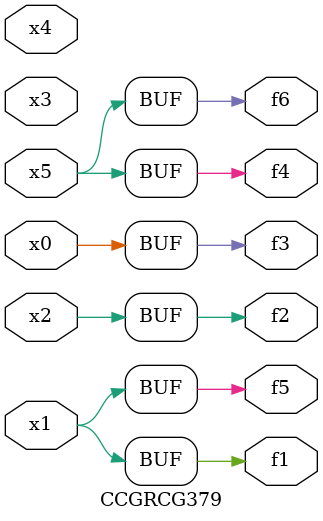
<source format=v>
module CCGRCG379(
	input x0, x1, x2, x3, x4, x5,
	output f1, f2, f3, f4, f5, f6
);
	assign f1 = x1;
	assign f2 = x2;
	assign f3 = x0;
	assign f4 = x5;
	assign f5 = x1;
	assign f6 = x5;
endmodule

</source>
